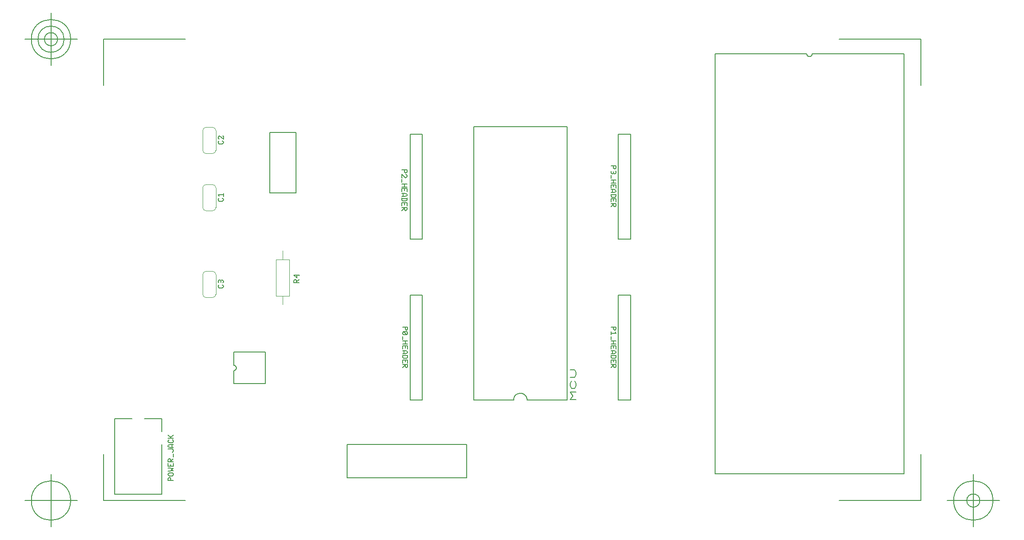
<source format=gbr>
G04 Generated by Ultiboard 13.0 *
%FSLAX24Y24*%
%MOIN*%

%ADD10C,0.0001*%
%ADD11C,0.0061*%
%ADD12C,0.0080*%
%ADD13C,0.0039*%
%ADD14C,0.0079*%
%ADD15C,0.0050*%


G04 ColorRGB FFFF00 for the following layer *
%LNSilkscreen Top*%
%LPD*%
G54D10*
G54D11*
X22018Y23861D02*
X22412Y23861D01*
X22412Y23704D01*
X22333Y23626D01*
X22294Y23626D01*
X22215Y23704D01*
X22215Y23861D01*
X22333Y23508D02*
X22412Y23430D01*
X22412Y23351D01*
X22333Y23273D01*
X22294Y23273D01*
X22018Y23508D01*
X22018Y23273D01*
X22057Y23273D01*
X22018Y23155D02*
X22018Y22920D01*
X22018Y22803D02*
X22412Y22803D01*
X22018Y22567D02*
X22412Y22567D01*
X22215Y22803D02*
X22215Y22567D01*
X22018Y22215D02*
X22018Y22450D01*
X22215Y22450D01*
X22412Y22450D01*
X22412Y22215D01*
X22215Y22450D02*
X22215Y22293D01*
X22018Y22097D02*
X22254Y22097D01*
X22412Y22019D01*
X22412Y21940D01*
X22254Y21862D01*
X22018Y21862D01*
X22136Y22097D02*
X22136Y21862D01*
X22018Y21744D02*
X22018Y21587D01*
X22097Y21509D01*
X22333Y21509D01*
X22412Y21587D01*
X22412Y21744D01*
X22412Y21705D02*
X22018Y21705D01*
X22018Y21156D02*
X22018Y21392D01*
X22215Y21392D01*
X22412Y21392D01*
X22412Y21156D01*
X22215Y21392D02*
X22215Y21235D01*
X22018Y21039D02*
X22412Y21039D01*
X22412Y20882D01*
X22333Y20804D01*
X22294Y20804D01*
X22215Y20882D01*
X22215Y21039D01*
X22215Y21000D02*
X22018Y20804D01*
X37709Y24148D02*
X38102Y24148D01*
X38102Y23991D01*
X38024Y23913D01*
X37984Y23913D01*
X37906Y23991D01*
X37906Y24148D01*
X38063Y23756D02*
X38102Y23717D01*
X38102Y23639D01*
X38024Y23560D01*
X37945Y23560D01*
X37906Y23599D01*
X37866Y23560D01*
X37787Y23560D01*
X37709Y23639D01*
X37709Y23717D01*
X37748Y23756D01*
X37906Y23717D02*
X37906Y23599D01*
X37709Y23443D02*
X37709Y23208D01*
X37709Y23090D02*
X38102Y23090D01*
X37709Y22855D02*
X38102Y22855D01*
X37906Y23090D02*
X37906Y22855D01*
X37709Y22502D02*
X37709Y22737D01*
X37906Y22737D01*
X38102Y22737D01*
X38102Y22502D01*
X37906Y22737D02*
X37906Y22580D01*
X37709Y22384D02*
X37945Y22384D01*
X38102Y22306D01*
X38102Y22228D01*
X37945Y22149D01*
X37709Y22149D01*
X37827Y22384D02*
X37827Y22149D01*
X37709Y22032D02*
X37709Y21875D01*
X37787Y21797D01*
X38024Y21797D01*
X38102Y21875D01*
X38102Y22032D01*
X38102Y21992D02*
X37709Y21992D01*
X37709Y21444D02*
X37709Y21679D01*
X37906Y21679D01*
X38102Y21679D01*
X38102Y21444D01*
X37906Y21679D02*
X37906Y21522D01*
X37709Y21326D02*
X38102Y21326D01*
X38102Y21169D01*
X38024Y21091D01*
X37984Y21091D01*
X37906Y21169D01*
X37906Y21326D01*
X37906Y21287D02*
X37709Y21091D01*
X22077Y12070D02*
X22471Y12070D01*
X22471Y11913D01*
X22392Y11835D01*
X22353Y11835D01*
X22274Y11913D01*
X22274Y12070D01*
X22392Y11717D02*
X22471Y11639D01*
X22471Y11561D01*
X22392Y11482D01*
X22156Y11482D01*
X22077Y11561D01*
X22077Y11639D01*
X22156Y11717D01*
X22392Y11717D01*
X22392Y11482D02*
X22156Y11717D01*
X22077Y11365D02*
X22077Y11129D01*
X22077Y11012D02*
X22471Y11012D01*
X22077Y10777D02*
X22471Y10777D01*
X22274Y11012D02*
X22274Y10777D01*
X22077Y10424D02*
X22077Y10659D01*
X22274Y10659D01*
X22471Y10659D01*
X22471Y10424D01*
X22274Y10659D02*
X22274Y10502D01*
X22077Y10306D02*
X22313Y10306D01*
X22471Y10228D01*
X22471Y10150D01*
X22313Y10071D01*
X22077Y10071D01*
X22195Y10306D02*
X22195Y10071D01*
X22077Y9954D02*
X22077Y9797D01*
X22156Y9718D01*
X22392Y9718D01*
X22471Y9797D01*
X22471Y9954D01*
X22471Y9914D02*
X22077Y9914D01*
X22077Y9366D02*
X22077Y9601D01*
X22274Y9601D01*
X22471Y9601D01*
X22471Y9366D01*
X22274Y9601D02*
X22274Y9444D01*
X22077Y9248D02*
X22471Y9248D01*
X22471Y9091D01*
X22392Y9013D01*
X22353Y9013D01*
X22274Y9091D01*
X22274Y9248D01*
X22274Y9209D02*
X22077Y9013D01*
X37709Y12070D02*
X38102Y12070D01*
X38102Y11913D01*
X38024Y11835D01*
X37984Y11835D01*
X37906Y11913D01*
X37906Y12070D01*
X38024Y11678D02*
X38102Y11600D01*
X37709Y11600D01*
X37709Y11717D02*
X37709Y11482D01*
X37709Y11365D02*
X37709Y11129D01*
X37709Y11012D02*
X38102Y11012D01*
X37709Y10777D02*
X38102Y10777D01*
X37906Y11012D02*
X37906Y10777D01*
X37709Y10424D02*
X37709Y10659D01*
X37906Y10659D01*
X38102Y10659D01*
X38102Y10424D01*
X37906Y10659D02*
X37906Y10502D01*
X37709Y10306D02*
X37945Y10306D01*
X38102Y10228D01*
X38102Y10150D01*
X37945Y10071D01*
X37709Y10071D01*
X37827Y10306D02*
X37827Y10071D01*
X37709Y9954D02*
X37709Y9797D01*
X37787Y9718D01*
X38024Y9718D01*
X38102Y9797D01*
X38102Y9954D01*
X38102Y9914D02*
X37709Y9914D01*
X37709Y9366D02*
X37709Y9601D01*
X37906Y9601D01*
X38102Y9601D01*
X38102Y9366D01*
X37906Y9601D02*
X37906Y9444D01*
X37709Y9248D02*
X38102Y9248D01*
X38102Y9091D01*
X38024Y9013D01*
X37984Y9013D01*
X37906Y9091D01*
X37906Y9248D01*
X37906Y9209D02*
X37709Y9013D01*
X8562Y15232D02*
X8641Y15153D01*
X8641Y15075D01*
X8562Y14997D01*
X8326Y14997D01*
X8247Y15075D01*
X8247Y15153D01*
X8326Y15232D01*
X8286Y15389D02*
X8247Y15428D01*
X8247Y15506D01*
X8326Y15585D01*
X8405Y15585D01*
X8444Y15545D01*
X8483Y15585D01*
X8562Y15585D01*
X8641Y15506D01*
X8641Y15428D01*
X8601Y15389D01*
X8444Y15428D02*
X8444Y15545D01*
X8562Y21740D02*
X8641Y21662D01*
X8641Y21583D01*
X8562Y21505D01*
X8326Y21505D01*
X8247Y21583D01*
X8247Y21662D01*
X8326Y21740D01*
X8326Y21897D02*
X8247Y21975D01*
X8641Y21975D01*
X8641Y21857D02*
X8641Y22093D01*
X8562Y26032D02*
X8641Y25953D01*
X8641Y25875D01*
X8562Y25797D01*
X8326Y25797D01*
X8247Y25875D01*
X8247Y25953D01*
X8326Y26032D01*
X8326Y26149D02*
X8247Y26228D01*
X8247Y26306D01*
X8326Y26385D01*
X8365Y26385D01*
X8641Y26149D01*
X8641Y26385D01*
X8601Y26385D01*
G54D12*
X23560Y26540D02*
X22640Y26540D01*
X22640Y18660D01*
X23560Y18660D01*
X23560Y26540D01*
X35081Y6630D02*
X34658Y6630D01*
X34869Y6907D01*
X34658Y7185D01*
X35081Y7185D01*
X34996Y8019D02*
X35081Y7833D01*
X35081Y7648D01*
X34996Y7463D01*
X34743Y7463D01*
X34658Y7648D01*
X34658Y7833D01*
X34743Y8019D01*
X34658Y8296D02*
X34996Y8296D01*
X35081Y8482D01*
X35081Y8667D01*
X34996Y8852D01*
X34658Y8852D01*
X34416Y6604D02*
X34416Y27104D01*
X27416Y6604D02*
X27416Y27104D01*
X31416Y6604D02*
X31414Y6647D01*
X31408Y6691D01*
X31399Y6733D01*
X31386Y6775D01*
X31369Y6815D01*
X31349Y6854D01*
X31325Y6891D01*
X31299Y6925D01*
X31269Y6957D01*
X31237Y6987D01*
X31203Y7013D01*
X31166Y7037D01*
X31127Y7057D01*
X31087Y7074D01*
X31045Y7087D01*
X31003Y7096D01*
X30959Y7102D01*
X30916Y7104D01*
X30872Y7102D01*
X30829Y7096D01*
X30786Y7087D01*
X30745Y7074D01*
X30705Y7057D01*
X30666Y7037D01*
X30629Y7013D01*
X30594Y6987D01*
X30562Y6957D01*
X30533Y6925D01*
X30506Y6891D01*
X30483Y6854D01*
X30463Y6815D01*
X30446Y6775D01*
X30433Y6733D01*
X30423Y6691D01*
X30418Y6647D01*
X30416Y6604D01*
X31416Y6604D02*
X34416Y6604D01*
X30416Y6604D02*
X27416Y6604D01*
X34416Y27104D02*
X27416Y27104D01*
X39192Y26540D02*
X38272Y26540D01*
X38272Y18660D01*
X39192Y18660D01*
X39192Y26540D01*
X23560Y14462D02*
X22640Y14462D01*
X22640Y6582D01*
X23560Y6582D01*
X23560Y14462D01*
X39192Y14462D02*
X38272Y14462D01*
X38272Y6582D01*
X39192Y6582D01*
X39192Y14462D01*
X45513Y32548D02*
X45513Y1052D01*
X59687Y1052D01*
X59687Y32548D01*
X52403Y32548D02*
X52404Y32531D01*
X52406Y32514D01*
X52410Y32497D01*
X52415Y32481D01*
X52422Y32465D01*
X52430Y32450D01*
X52439Y32435D01*
X52449Y32421D01*
X52461Y32409D01*
X52473Y32397D01*
X52487Y32387D01*
X52502Y32378D01*
X52517Y32370D01*
X52533Y32363D01*
X52549Y32358D01*
X52566Y32354D01*
X52583Y32352D01*
X52600Y32351D01*
X52617Y32352D01*
X52634Y32354D01*
X52651Y32358D01*
X52667Y32363D01*
X52683Y32370D01*
X52698Y32378D01*
X52713Y32387D01*
X52727Y32397D01*
X52739Y32409D01*
X52751Y32421D01*
X52761Y32435D01*
X52770Y32450D01*
X52778Y32465D01*
X52785Y32481D01*
X52790Y32497D01*
X52794Y32514D01*
X52796Y32531D01*
X52797Y32548D01*
X59687Y32548D02*
X52797Y32548D01*
X52403Y32548D02*
X45513Y32548D01*
X14323Y15405D02*
X13930Y15405D01*
X13930Y15561D01*
X14008Y15640D01*
X14048Y15640D01*
X14127Y15561D01*
X14127Y15405D01*
X14127Y15444D02*
X14323Y15640D01*
X14166Y15992D02*
X14166Y15757D01*
X13930Y15953D01*
X14323Y15953D01*
X14323Y15914D02*
X14323Y15992D01*
X14081Y22136D02*
X14081Y26664D01*
X12113Y26664D01*
X12113Y22136D01*
X14081Y22136D01*
X9419Y7819D02*
X11781Y7819D01*
X11781Y10181D01*
X9419Y10181D01*
X9419Y8803D02*
X9436Y8804D01*
X9453Y8806D01*
X9470Y8810D01*
X9486Y8815D01*
X9502Y8822D01*
X9517Y8830D01*
X9532Y8839D01*
X9545Y8849D01*
X9558Y8861D01*
X9570Y8873D01*
X9580Y8887D01*
X9589Y8902D01*
X9597Y8917D01*
X9604Y8933D01*
X9609Y8949D01*
X9613Y8966D01*
X9615Y8983D01*
X9616Y9000D01*
X9615Y9017D01*
X9613Y9034D01*
X9609Y9051D01*
X9604Y9067D01*
X9597Y9083D01*
X9589Y9098D01*
X9580Y9113D01*
X9570Y9127D01*
X9558Y9139D01*
X9545Y9151D01*
X9532Y9161D01*
X9517Y9170D01*
X9502Y9178D01*
X9486Y9185D01*
X9470Y9190D01*
X9453Y9194D01*
X9436Y9196D01*
X9419Y9197D01*
X9419Y10181D02*
X9419Y9197D01*
X9419Y8803D02*
X9419Y7819D01*
X17910Y750D02*
X26890Y750D01*
X26890Y3250D01*
X17910Y3250D01*
X17910Y750D01*
X4897Y546D02*
X4503Y546D01*
X4503Y704D01*
X4582Y783D01*
X4621Y783D01*
X4700Y704D01*
X4700Y546D01*
X4818Y901D02*
X4897Y980D01*
X4897Y1058D01*
X4818Y1137D01*
X4582Y1137D01*
X4503Y1058D01*
X4503Y980D01*
X4582Y901D01*
X4818Y901D01*
X4503Y1255D02*
X4897Y1294D01*
X4739Y1373D01*
X4897Y1452D01*
X4503Y1491D01*
X4897Y1846D02*
X4897Y1609D01*
X4700Y1609D01*
X4503Y1609D01*
X4503Y1846D01*
X4700Y1609D02*
X4700Y1767D01*
X4897Y1964D02*
X4503Y1964D01*
X4503Y2121D01*
X4582Y2200D01*
X4621Y2200D01*
X4700Y2121D01*
X4700Y1964D01*
X4700Y2003D02*
X4897Y2200D01*
X4897Y2318D02*
X4897Y2554D01*
X4818Y2672D02*
X4897Y2751D01*
X4897Y2830D01*
X4818Y2909D01*
X4503Y2909D01*
X4897Y3027D02*
X4660Y3027D01*
X4503Y3106D01*
X4503Y3184D01*
X4660Y3263D01*
X4897Y3263D01*
X4779Y3027D02*
X4779Y3263D01*
X4818Y3617D02*
X4897Y3539D01*
X4897Y3460D01*
X4818Y3381D01*
X4582Y3381D01*
X4503Y3460D01*
X4503Y3539D01*
X4582Y3617D01*
X4897Y3735D02*
X4503Y3735D01*
X4700Y3735D02*
X4700Y3775D01*
X4503Y3972D01*
X4700Y3775D02*
X4897Y3972D01*
G54D13*
X12595Y14381D02*
X13599Y14381D01*
X13599Y17137D01*
X12595Y17137D01*
X12595Y14381D01*
X13103Y13751D02*
X13103Y14381D01*
X13103Y17137D02*
X13103Y17806D01*
X7093Y15995D02*
X7093Y14524D01*
G75*
D01*
G03X7342Y14275I249J0*
G01*
X7828Y14275D01*
G75*
D01*
G03X8077Y14524I0J249*
G01*
X8077Y15995D01*
G74*
D01*
G03X7828Y16244I249J0*
G01*
X7342Y16244D01*
G75*
D01*
G03X7093Y15995I0J-249*
G01*
X7093Y22503D02*
X7093Y21032D01*
G75*
D01*
G03X7342Y20783I249J0*
G01*
X7828Y20783D01*
G75*
D01*
G03X8077Y21032I0J249*
G01*
X8077Y22503D01*
G74*
D01*
G03X7828Y22752I249J0*
G01*
X7342Y22752D01*
G75*
D01*
G03X7093Y22503I0J-249*
G01*
X7093Y26795D02*
X7093Y25324D01*
G75*
D01*
G03X7342Y25075I249J0*
G01*
X7828Y25075D01*
G75*
D01*
G03X8077Y25324I0J249*
G01*
X8077Y26795D01*
G74*
D01*
G03X7828Y27044I249J0*
G01*
X7342Y27044D01*
G75*
D01*
G03X7093Y26795I0J-249*
G01*
G54D14*
X492Y-476D02*
X492Y5194D01*
X4035Y-476D02*
X492Y-476D01*
X4035Y5194D02*
X4035Y4209D01*
X492Y5194D02*
X1791Y5194D01*
X2736Y5194D02*
X4035Y5194D01*
X4035Y3265D02*
X4035Y-476D01*
G54D15*
X-350Y-950D02*
X-350Y2510D01*
X-350Y-950D02*
X5780Y-950D01*
X60950Y-950D02*
X54820Y-950D01*
X60950Y-950D02*
X60950Y2510D01*
X60950Y33650D02*
X60950Y30190D01*
X60950Y33650D02*
X54820Y33650D01*
X-350Y33650D02*
X5780Y33650D01*
X-350Y33650D02*
X-350Y30190D01*
X-2319Y-950D02*
X-6256Y-950D01*
X-4287Y-2919D02*
X-4287Y1019D01*
X-5763Y-950D02*
G75*
D01*
G02X-5763Y-950I1476J0*
G01*
X62919Y-950D02*
X66856Y-950D01*
X64887Y-2919D02*
X64887Y1019D01*
X63411Y-950D02*
G75*
D01*
G02X63411Y-950I1476J0*
G01*
X64395Y-950D02*
G75*
D01*
G02X64395Y-950I492J0*
G01*
X-2319Y33650D02*
X-6256Y33650D01*
X-4287Y31681D02*
X-4287Y35619D01*
X-5763Y33650D02*
G75*
D01*
G02X-5763Y33650I1476J0*
G01*
X-5271Y33650D02*
G75*
D01*
G02X-5271Y33650I984J0*
G01*
X-4779Y33650D02*
G75*
D01*
G02X-4779Y33650I492J0*
G01*

M02*

</source>
